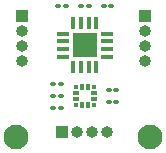
<source format=gts>
%TF.GenerationSoftware,KiCad,Pcbnew,(6.0.9)*%
%TF.CreationDate,2023-01-19T16:03:38-06:00*%
%TF.ProjectId,LIS3MDL_DRV8833_Board,4c495333-4d44-44c5-9f44-525638383333,rev?*%
%TF.SameCoordinates,Original*%
%TF.FileFunction,Soldermask,Top*%
%TF.FilePolarity,Negative*%
%FSLAX46Y46*%
G04 Gerber Fmt 4.6, Leading zero omitted, Abs format (unit mm)*
G04 Created by KiCad (PCBNEW (6.0.9)) date 2023-01-19 16:03:38*
%MOMM*%
%LPD*%
G01*
G04 APERTURE LIST*
G04 Aperture macros list*
%AMRoundRect*
0 Rectangle with rounded corners*
0 $1 Rounding radius*
0 $2 $3 $4 $5 $6 $7 $8 $9 X,Y pos of 4 corners*
0 Add a 4 corners polygon primitive as box body*
4,1,4,$2,$3,$4,$5,$6,$7,$8,$9,$2,$3,0*
0 Add four circle primitives for the rounded corners*
1,1,$1+$1,$2,$3*
1,1,$1+$1,$4,$5*
1,1,$1+$1,$6,$7*
1,1,$1+$1,$8,$9*
0 Add four rect primitives between the rounded corners*
20,1,$1+$1,$2,$3,$4,$5,0*
20,1,$1+$1,$4,$5,$6,$7,0*
20,1,$1+$1,$6,$7,$8,$9,0*
20,1,$1+$1,$8,$9,$2,$3,0*%
G04 Aperture macros list end*
%ADD10RoundRect,0.100000X-0.130000X-0.100000X0.130000X-0.100000X0.130000X0.100000X-0.130000X0.100000X0*%
%ADD11R,1.000000X1.000000*%
%ADD12O,1.000000X1.000000*%
%ADD13RoundRect,0.100000X0.130000X0.100000X-0.130000X0.100000X-0.130000X-0.100000X0.130000X-0.100000X0*%
%ADD14RoundRect,0.087500X0.087500X-0.425000X0.087500X0.425000X-0.087500X0.425000X-0.087500X-0.425000X0*%
%ADD15RoundRect,0.087500X0.425000X-0.087500X0.425000X0.087500X-0.425000X0.087500X-0.425000X-0.087500X0*%
%ADD16R,2.100000X2.100000*%
%ADD17C,2.100000*%
%ADD18R,0.400000X0.400000*%
%ADD19R,0.500000X0.300000*%
%ADD20R,0.300000X0.500000*%
G04 APERTURE END LIST*
D10*
%TO.C,C2*%
X103932000Y-106934000D03*
X104572000Y-106934000D03*
%TD*%
D11*
%TO.C,J2*%
X100838000Y-107734000D03*
D12*
X100838000Y-109004000D03*
X100838000Y-110274000D03*
X100838000Y-111544000D03*
%TD*%
D13*
%TO.C,R1*%
X108842000Y-115062000D03*
X108202000Y-115062000D03*
%TD*%
D11*
%TO.C,J3*%
X111252000Y-107734000D03*
D12*
X111252000Y-109004000D03*
X111252000Y-110274000D03*
X111252000Y-111544000D03*
%TD*%
D14*
%TO.C,U2*%
X105197000Y-112098500D03*
X105847000Y-112098500D03*
X106497000Y-112098500D03*
X107147000Y-112098500D03*
D15*
X108034500Y-111211000D03*
X108034500Y-110561000D03*
X108034500Y-109911000D03*
X108034500Y-109261000D03*
D14*
X107147000Y-108373500D03*
X106497000Y-108373500D03*
X105847000Y-108373500D03*
X105197000Y-108373500D03*
D15*
X104309500Y-109261000D03*
X104309500Y-109911000D03*
X104309500Y-110561000D03*
X104309500Y-111211000D03*
D16*
X106172000Y-110236000D03*
%TD*%
D10*
%TO.C,C1*%
X108202000Y-114046000D03*
X108842000Y-114046000D03*
%TD*%
%TO.C,R2*%
X103502000Y-114554000D03*
X104142000Y-114554000D03*
%TD*%
%TO.C,R4*%
X103502000Y-113538000D03*
X104142000Y-113538000D03*
%TD*%
D17*
%TO.C,H2*%
X111658400Y-118008400D03*
%TD*%
D11*
%TO.C,J1*%
X104272000Y-117602000D03*
D12*
X105542000Y-117602000D03*
X106812000Y-117602000D03*
X108082000Y-117602000D03*
%TD*%
D10*
%TO.C,R3*%
X103502000Y-115570000D03*
X104142000Y-115570000D03*
%TD*%
D13*
%TO.C,R5*%
X106492000Y-106934000D03*
X105852000Y-106934000D03*
%TD*%
%TO.C,C3*%
X108412000Y-106934000D03*
X107772000Y-106934000D03*
%TD*%
D17*
%TO.C,H1*%
X100380800Y-118008400D03*
%TD*%
D18*
%TO.C,U1*%
X106934500Y-115304000D03*
D19*
X106934500Y-114804000D03*
X106934500Y-114304000D03*
D18*
X106934500Y-113804000D03*
D20*
X106422000Y-113791500D03*
X105922000Y-113791500D03*
D18*
X105409500Y-113804000D03*
D19*
X105409500Y-114304000D03*
X105409500Y-114804000D03*
D18*
X105409500Y-115304000D03*
D20*
X105922000Y-115316500D03*
X106422000Y-115316500D03*
%TD*%
M02*

</source>
